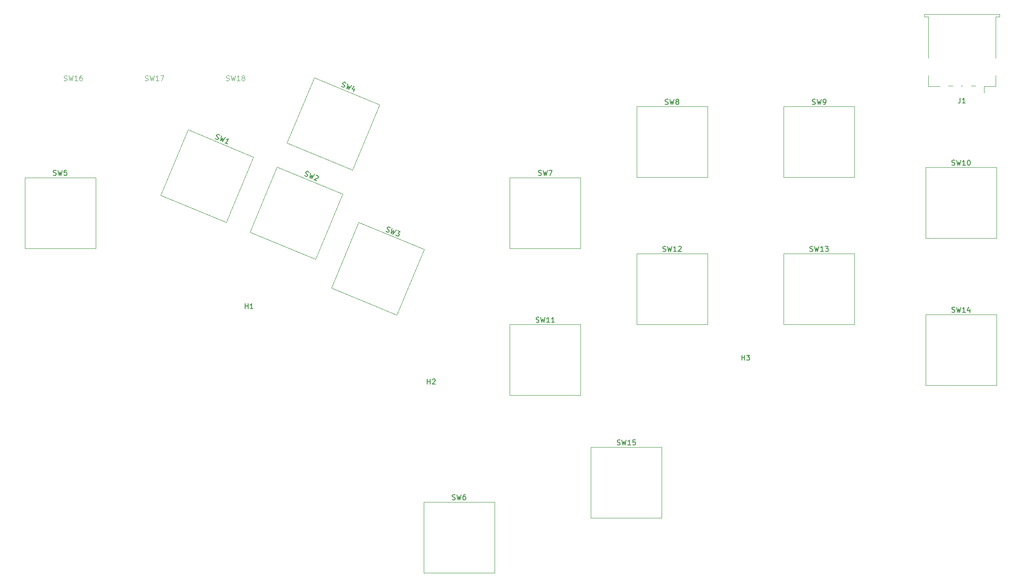
<source format=gbr>
%TF.GenerationSoftware,KiCad,Pcbnew,9.0.2*%
%TF.CreationDate,2025-06-17T17:20:09-07:00*%
%TF.ProjectId,daughter_board,64617567-6874-4657-925f-626f6172642e,rev?*%
%TF.SameCoordinates,Original*%
%TF.FileFunction,Legend,Top*%
%TF.FilePolarity,Positive*%
%FSLAX46Y46*%
G04 Gerber Fmt 4.6, Leading zero omitted, Abs format (unit mm)*
G04 Created by KiCad (PCBNEW 9.0.2) date 2025-06-17 17:20:09*
%MOMM*%
%LPD*%
G01*
G04 APERTURE LIST*
%ADD10C,0.150000*%
%ADD11C,0.100000*%
%ADD12C,0.120000*%
G04 APERTURE END LIST*
D10*
X184277840Y-79098073D02*
X184420697Y-79145692D01*
X184420697Y-79145692D02*
X184658792Y-79145692D01*
X184658792Y-79145692D02*
X184754030Y-79098073D01*
X184754030Y-79098073D02*
X184801649Y-79050453D01*
X184801649Y-79050453D02*
X184849268Y-78955215D01*
X184849268Y-78955215D02*
X184849268Y-78859977D01*
X184849268Y-78859977D02*
X184801649Y-78764739D01*
X184801649Y-78764739D02*
X184754030Y-78717120D01*
X184754030Y-78717120D02*
X184658792Y-78669501D01*
X184658792Y-78669501D02*
X184468316Y-78621882D01*
X184468316Y-78621882D02*
X184373078Y-78574263D01*
X184373078Y-78574263D02*
X184325459Y-78526644D01*
X184325459Y-78526644D02*
X184277840Y-78431406D01*
X184277840Y-78431406D02*
X184277840Y-78336168D01*
X184277840Y-78336168D02*
X184325459Y-78240930D01*
X184325459Y-78240930D02*
X184373078Y-78193311D01*
X184373078Y-78193311D02*
X184468316Y-78145692D01*
X184468316Y-78145692D02*
X184706411Y-78145692D01*
X184706411Y-78145692D02*
X184849268Y-78193311D01*
X185182602Y-78145692D02*
X185420697Y-79145692D01*
X185420697Y-79145692D02*
X185611173Y-78431406D01*
X185611173Y-78431406D02*
X185801649Y-79145692D01*
X185801649Y-79145692D02*
X186039745Y-78145692D01*
X186944506Y-79145692D02*
X186373078Y-79145692D01*
X186658792Y-79145692D02*
X186658792Y-78145692D01*
X186658792Y-78145692D02*
X186563554Y-78288549D01*
X186563554Y-78288549D02*
X186468316Y-78383787D01*
X186468316Y-78383787D02*
X186373078Y-78431406D01*
X187325459Y-78240930D02*
X187373078Y-78193311D01*
X187373078Y-78193311D02*
X187468316Y-78145692D01*
X187468316Y-78145692D02*
X187706411Y-78145692D01*
X187706411Y-78145692D02*
X187801649Y-78193311D01*
X187801649Y-78193311D02*
X187849268Y-78240930D01*
X187849268Y-78240930D02*
X187896887Y-78336168D01*
X187896887Y-78336168D02*
X187896887Y-78431406D01*
X187896887Y-78431406D02*
X187849268Y-78574263D01*
X187849268Y-78574263D02*
X187277840Y-79145692D01*
X187277840Y-79145692D02*
X187896887Y-79145692D01*
D11*
X82190476Y-45409800D02*
X82333333Y-45457419D01*
X82333333Y-45457419D02*
X82571428Y-45457419D01*
X82571428Y-45457419D02*
X82666666Y-45409800D01*
X82666666Y-45409800D02*
X82714285Y-45362180D01*
X82714285Y-45362180D02*
X82761904Y-45266942D01*
X82761904Y-45266942D02*
X82761904Y-45171704D01*
X82761904Y-45171704D02*
X82714285Y-45076466D01*
X82714285Y-45076466D02*
X82666666Y-45028847D01*
X82666666Y-45028847D02*
X82571428Y-44981228D01*
X82571428Y-44981228D02*
X82380952Y-44933609D01*
X82380952Y-44933609D02*
X82285714Y-44885990D01*
X82285714Y-44885990D02*
X82238095Y-44838371D01*
X82238095Y-44838371D02*
X82190476Y-44743133D01*
X82190476Y-44743133D02*
X82190476Y-44647895D01*
X82190476Y-44647895D02*
X82238095Y-44552657D01*
X82238095Y-44552657D02*
X82285714Y-44505038D01*
X82285714Y-44505038D02*
X82380952Y-44457419D01*
X82380952Y-44457419D02*
X82619047Y-44457419D01*
X82619047Y-44457419D02*
X82761904Y-44505038D01*
X83095238Y-44457419D02*
X83333333Y-45457419D01*
X83333333Y-45457419D02*
X83523809Y-44743133D01*
X83523809Y-44743133D02*
X83714285Y-45457419D01*
X83714285Y-45457419D02*
X83952381Y-44457419D01*
X84857142Y-45457419D02*
X84285714Y-45457419D01*
X84571428Y-45457419D02*
X84571428Y-44457419D01*
X84571428Y-44457419D02*
X84476190Y-44600276D01*
X84476190Y-44600276D02*
X84380952Y-44695514D01*
X84380952Y-44695514D02*
X84285714Y-44743133D01*
X85190476Y-44457419D02*
X85857142Y-44457419D01*
X85857142Y-44457419D02*
X85428571Y-45457419D01*
D10*
X213277840Y-79098073D02*
X213420697Y-79145692D01*
X213420697Y-79145692D02*
X213658792Y-79145692D01*
X213658792Y-79145692D02*
X213754030Y-79098073D01*
X213754030Y-79098073D02*
X213801649Y-79050453D01*
X213801649Y-79050453D02*
X213849268Y-78955215D01*
X213849268Y-78955215D02*
X213849268Y-78859977D01*
X213849268Y-78859977D02*
X213801649Y-78764739D01*
X213801649Y-78764739D02*
X213754030Y-78717120D01*
X213754030Y-78717120D02*
X213658792Y-78669501D01*
X213658792Y-78669501D02*
X213468316Y-78621882D01*
X213468316Y-78621882D02*
X213373078Y-78574263D01*
X213373078Y-78574263D02*
X213325459Y-78526644D01*
X213325459Y-78526644D02*
X213277840Y-78431406D01*
X213277840Y-78431406D02*
X213277840Y-78336168D01*
X213277840Y-78336168D02*
X213325459Y-78240930D01*
X213325459Y-78240930D02*
X213373078Y-78193311D01*
X213373078Y-78193311D02*
X213468316Y-78145692D01*
X213468316Y-78145692D02*
X213706411Y-78145692D01*
X213706411Y-78145692D02*
X213849268Y-78193311D01*
X214182602Y-78145692D02*
X214420697Y-79145692D01*
X214420697Y-79145692D02*
X214611173Y-78431406D01*
X214611173Y-78431406D02*
X214801649Y-79145692D01*
X214801649Y-79145692D02*
X215039745Y-78145692D01*
X215944506Y-79145692D02*
X215373078Y-79145692D01*
X215658792Y-79145692D02*
X215658792Y-78145692D01*
X215658792Y-78145692D02*
X215563554Y-78288549D01*
X215563554Y-78288549D02*
X215468316Y-78383787D01*
X215468316Y-78383787D02*
X215373078Y-78431406D01*
X216277840Y-78145692D02*
X216896887Y-78145692D01*
X216896887Y-78145692D02*
X216563554Y-78526644D01*
X216563554Y-78526644D02*
X216706411Y-78526644D01*
X216706411Y-78526644D02*
X216801649Y-78574263D01*
X216801649Y-78574263D02*
X216849268Y-78621882D01*
X216849268Y-78621882D02*
X216896887Y-78717120D01*
X216896887Y-78717120D02*
X216896887Y-78955215D01*
X216896887Y-78955215D02*
X216849268Y-79050453D01*
X216849268Y-79050453D02*
X216801649Y-79098073D01*
X216801649Y-79098073D02*
X216706411Y-79145692D01*
X216706411Y-79145692D02*
X216420697Y-79145692D01*
X216420697Y-79145692D02*
X216325459Y-79098073D01*
X216325459Y-79098073D02*
X216277840Y-79050453D01*
X137846415Y-105340739D02*
X137846415Y-104340739D01*
X137846415Y-104816929D02*
X138417843Y-104816929D01*
X138417843Y-105340739D02*
X138417843Y-104340739D01*
X138846415Y-104435977D02*
X138894034Y-104388358D01*
X138894034Y-104388358D02*
X138989272Y-104340739D01*
X138989272Y-104340739D02*
X139227367Y-104340739D01*
X139227367Y-104340739D02*
X139322605Y-104388358D01*
X139322605Y-104388358D02*
X139370224Y-104435977D01*
X139370224Y-104435977D02*
X139417843Y-104531215D01*
X139417843Y-104531215D02*
X139417843Y-104626453D01*
X139417843Y-104626453D02*
X139370224Y-104769310D01*
X139370224Y-104769310D02*
X138798796Y-105340739D01*
X138798796Y-105340739D02*
X139417843Y-105340739D01*
X129682273Y-75147300D02*
X129796033Y-75245963D01*
X129796033Y-75245963D02*
X130016004Y-75337078D01*
X130016004Y-75337078D02*
X130122216Y-75329530D01*
X130122216Y-75329530D02*
X130184433Y-75303759D01*
X130184433Y-75303759D02*
X130264873Y-75233993D01*
X130264873Y-75233993D02*
X130301319Y-75146005D01*
X130301319Y-75146005D02*
X130293771Y-75039793D01*
X130293771Y-75039793D02*
X130268000Y-74977576D01*
X130268000Y-74977576D02*
X130198234Y-74897136D01*
X130198234Y-74897136D02*
X130040480Y-74780249D01*
X130040480Y-74780249D02*
X129970715Y-74699809D01*
X129970715Y-74699809D02*
X129944943Y-74637592D01*
X129944943Y-74637592D02*
X129937395Y-74531380D01*
X129937395Y-74531380D02*
X129973841Y-74443392D01*
X129973841Y-74443392D02*
X130054282Y-74373626D01*
X130054282Y-74373626D02*
X130116499Y-74347855D01*
X130116499Y-74347855D02*
X130222710Y-74340307D01*
X130222710Y-74340307D02*
X130442682Y-74431422D01*
X130442682Y-74431422D02*
X130556441Y-74530085D01*
X130882624Y-74613652D02*
X130719912Y-75628647D01*
X130719912Y-75628647D02*
X131169235Y-75041625D01*
X131169235Y-75041625D02*
X131071866Y-75774431D01*
X131071866Y-75774431D02*
X131674521Y-74941666D01*
X131938487Y-75051004D02*
X132510412Y-75287904D01*
X132510412Y-75287904D02*
X132056668Y-75512297D01*
X132056668Y-75512297D02*
X132188651Y-75566966D01*
X132188651Y-75566966D02*
X132258416Y-75647406D01*
X132258416Y-75647406D02*
X132284188Y-75709623D01*
X132284188Y-75709623D02*
X132291736Y-75815835D01*
X132291736Y-75815835D02*
X132200621Y-76035806D01*
X132200621Y-76035806D02*
X132120180Y-76105572D01*
X132120180Y-76105572D02*
X132057963Y-76131343D01*
X132057963Y-76131343D02*
X131951752Y-76138891D01*
X131951752Y-76138891D02*
X131687786Y-76029553D01*
X131687786Y-76029553D02*
X131618020Y-75949113D01*
X131618020Y-75949113D02*
X131592249Y-75886895D01*
X175277840Y-117284847D02*
X175420697Y-117332466D01*
X175420697Y-117332466D02*
X175658792Y-117332466D01*
X175658792Y-117332466D02*
X175754030Y-117284847D01*
X175754030Y-117284847D02*
X175801649Y-117237227D01*
X175801649Y-117237227D02*
X175849268Y-117141989D01*
X175849268Y-117141989D02*
X175849268Y-117046751D01*
X175849268Y-117046751D02*
X175801649Y-116951513D01*
X175801649Y-116951513D02*
X175754030Y-116903894D01*
X175754030Y-116903894D02*
X175658792Y-116856275D01*
X175658792Y-116856275D02*
X175468316Y-116808656D01*
X175468316Y-116808656D02*
X175373078Y-116761037D01*
X175373078Y-116761037D02*
X175325459Y-116713418D01*
X175325459Y-116713418D02*
X175277840Y-116618180D01*
X175277840Y-116618180D02*
X175277840Y-116522942D01*
X175277840Y-116522942D02*
X175325459Y-116427704D01*
X175325459Y-116427704D02*
X175373078Y-116380085D01*
X175373078Y-116380085D02*
X175468316Y-116332466D01*
X175468316Y-116332466D02*
X175706411Y-116332466D01*
X175706411Y-116332466D02*
X175849268Y-116380085D01*
X176182602Y-116332466D02*
X176420697Y-117332466D01*
X176420697Y-117332466D02*
X176611173Y-116618180D01*
X176611173Y-116618180D02*
X176801649Y-117332466D01*
X176801649Y-117332466D02*
X177039745Y-116332466D01*
X177944506Y-117332466D02*
X177373078Y-117332466D01*
X177658792Y-117332466D02*
X177658792Y-116332466D01*
X177658792Y-116332466D02*
X177563554Y-116475323D01*
X177563554Y-116475323D02*
X177468316Y-116570561D01*
X177468316Y-116570561D02*
X177373078Y-116618180D01*
X178849268Y-116332466D02*
X178373078Y-116332466D01*
X178373078Y-116332466D02*
X178325459Y-116808656D01*
X178325459Y-116808656D02*
X178373078Y-116761037D01*
X178373078Y-116761037D02*
X178468316Y-116713418D01*
X178468316Y-116713418D02*
X178706411Y-116713418D01*
X178706411Y-116713418D02*
X178801649Y-116761037D01*
X178801649Y-116761037D02*
X178849268Y-116808656D01*
X178849268Y-116808656D02*
X178896887Y-116903894D01*
X178896887Y-116903894D02*
X178896887Y-117141989D01*
X178896887Y-117141989D02*
X178849268Y-117237227D01*
X178849268Y-117237227D02*
X178801649Y-117284847D01*
X178801649Y-117284847D02*
X178706411Y-117332466D01*
X178706411Y-117332466D02*
X178468316Y-117332466D01*
X178468316Y-117332466D02*
X178373078Y-117284847D01*
X178373078Y-117284847D02*
X178325459Y-117237227D01*
X96013197Y-56871543D02*
X96126957Y-56970206D01*
X96126957Y-56970206D02*
X96346928Y-57061321D01*
X96346928Y-57061321D02*
X96453140Y-57053773D01*
X96453140Y-57053773D02*
X96515357Y-57028002D01*
X96515357Y-57028002D02*
X96595797Y-56958236D01*
X96595797Y-56958236D02*
X96632243Y-56870248D01*
X96632243Y-56870248D02*
X96624695Y-56764036D01*
X96624695Y-56764036D02*
X96598924Y-56701819D01*
X96598924Y-56701819D02*
X96529158Y-56621379D01*
X96529158Y-56621379D02*
X96371404Y-56504492D01*
X96371404Y-56504492D02*
X96301639Y-56424052D01*
X96301639Y-56424052D02*
X96275867Y-56361835D01*
X96275867Y-56361835D02*
X96268319Y-56255623D01*
X96268319Y-56255623D02*
X96304765Y-56167635D01*
X96304765Y-56167635D02*
X96385206Y-56097869D01*
X96385206Y-56097869D02*
X96447423Y-56072098D01*
X96447423Y-56072098D02*
X96553634Y-56064550D01*
X96553634Y-56064550D02*
X96773606Y-56155665D01*
X96773606Y-56155665D02*
X96887365Y-56254328D01*
X97213548Y-56337895D02*
X97050836Y-57352890D01*
X97050836Y-57352890D02*
X97500159Y-56765868D01*
X97500159Y-56765868D02*
X97402790Y-57498674D01*
X97402790Y-57498674D02*
X98005445Y-56665909D01*
X98458653Y-57936026D02*
X97930721Y-57717350D01*
X98194687Y-57826688D02*
X98577370Y-56902809D01*
X98577370Y-56902809D02*
X98434713Y-56998345D01*
X98434713Y-56998345D02*
X98310278Y-57049888D01*
X98310278Y-57049888D02*
X98204067Y-57057436D01*
X241277840Y-62098073D02*
X241420697Y-62145692D01*
X241420697Y-62145692D02*
X241658792Y-62145692D01*
X241658792Y-62145692D02*
X241754030Y-62098073D01*
X241754030Y-62098073D02*
X241801649Y-62050453D01*
X241801649Y-62050453D02*
X241849268Y-61955215D01*
X241849268Y-61955215D02*
X241849268Y-61859977D01*
X241849268Y-61859977D02*
X241801649Y-61764739D01*
X241801649Y-61764739D02*
X241754030Y-61717120D01*
X241754030Y-61717120D02*
X241658792Y-61669501D01*
X241658792Y-61669501D02*
X241468316Y-61621882D01*
X241468316Y-61621882D02*
X241373078Y-61574263D01*
X241373078Y-61574263D02*
X241325459Y-61526644D01*
X241325459Y-61526644D02*
X241277840Y-61431406D01*
X241277840Y-61431406D02*
X241277840Y-61336168D01*
X241277840Y-61336168D02*
X241325459Y-61240930D01*
X241325459Y-61240930D02*
X241373078Y-61193311D01*
X241373078Y-61193311D02*
X241468316Y-61145692D01*
X241468316Y-61145692D02*
X241706411Y-61145692D01*
X241706411Y-61145692D02*
X241849268Y-61193311D01*
X242182602Y-61145692D02*
X242420697Y-62145692D01*
X242420697Y-62145692D02*
X242611173Y-61431406D01*
X242611173Y-61431406D02*
X242801649Y-62145692D01*
X242801649Y-62145692D02*
X243039745Y-61145692D01*
X243944506Y-62145692D02*
X243373078Y-62145692D01*
X243658792Y-62145692D02*
X243658792Y-61145692D01*
X243658792Y-61145692D02*
X243563554Y-61288549D01*
X243563554Y-61288549D02*
X243468316Y-61383787D01*
X243468316Y-61383787D02*
X243373078Y-61431406D01*
X244563554Y-61145692D02*
X244658792Y-61145692D01*
X244658792Y-61145692D02*
X244754030Y-61193311D01*
X244754030Y-61193311D02*
X244801649Y-61240930D01*
X244801649Y-61240930D02*
X244849268Y-61336168D01*
X244849268Y-61336168D02*
X244896887Y-61526644D01*
X244896887Y-61526644D02*
X244896887Y-61764739D01*
X244896887Y-61764739D02*
X244849268Y-61955215D01*
X244849268Y-61955215D02*
X244801649Y-62050453D01*
X244801649Y-62050453D02*
X244754030Y-62098073D01*
X244754030Y-62098073D02*
X244658792Y-62145692D01*
X244658792Y-62145692D02*
X244563554Y-62145692D01*
X244563554Y-62145692D02*
X244468316Y-62098073D01*
X244468316Y-62098073D02*
X244420697Y-62050453D01*
X244420697Y-62050453D02*
X244373078Y-61955215D01*
X244373078Y-61955215D02*
X244325459Y-61764739D01*
X244325459Y-61764739D02*
X244325459Y-61526644D01*
X244325459Y-61526644D02*
X244373078Y-61336168D01*
X244373078Y-61336168D02*
X244420697Y-61240930D01*
X244420697Y-61240930D02*
X244468316Y-61193311D01*
X244468316Y-61193311D02*
X244563554Y-61145692D01*
X199825459Y-100610253D02*
X199825459Y-99610253D01*
X199825459Y-100086443D02*
X200396887Y-100086443D01*
X200396887Y-100610253D02*
X200396887Y-99610253D01*
X200777840Y-99610253D02*
X201396887Y-99610253D01*
X201396887Y-99610253D02*
X201063554Y-99991205D01*
X201063554Y-99991205D02*
X201206411Y-99991205D01*
X201206411Y-99991205D02*
X201301649Y-100038824D01*
X201301649Y-100038824D02*
X201349268Y-100086443D01*
X201349268Y-100086443D02*
X201396887Y-100181681D01*
X201396887Y-100181681D02*
X201396887Y-100419776D01*
X201396887Y-100419776D02*
X201349268Y-100515014D01*
X201349268Y-100515014D02*
X201301649Y-100562634D01*
X201301649Y-100562634D02*
X201206411Y-100610253D01*
X201206411Y-100610253D02*
X200920697Y-100610253D01*
X200920697Y-100610253D02*
X200825459Y-100562634D01*
X200825459Y-100562634D02*
X200777840Y-100515014D01*
X184754031Y-50098073D02*
X184896888Y-50145692D01*
X184896888Y-50145692D02*
X185134983Y-50145692D01*
X185134983Y-50145692D02*
X185230221Y-50098073D01*
X185230221Y-50098073D02*
X185277840Y-50050453D01*
X185277840Y-50050453D02*
X185325459Y-49955215D01*
X185325459Y-49955215D02*
X185325459Y-49859977D01*
X185325459Y-49859977D02*
X185277840Y-49764739D01*
X185277840Y-49764739D02*
X185230221Y-49717120D01*
X185230221Y-49717120D02*
X185134983Y-49669501D01*
X185134983Y-49669501D02*
X184944507Y-49621882D01*
X184944507Y-49621882D02*
X184849269Y-49574263D01*
X184849269Y-49574263D02*
X184801650Y-49526644D01*
X184801650Y-49526644D02*
X184754031Y-49431406D01*
X184754031Y-49431406D02*
X184754031Y-49336168D01*
X184754031Y-49336168D02*
X184801650Y-49240930D01*
X184801650Y-49240930D02*
X184849269Y-49193311D01*
X184849269Y-49193311D02*
X184944507Y-49145692D01*
X184944507Y-49145692D02*
X185182602Y-49145692D01*
X185182602Y-49145692D02*
X185325459Y-49193311D01*
X185658793Y-49145692D02*
X185896888Y-50145692D01*
X185896888Y-50145692D02*
X186087364Y-49431406D01*
X186087364Y-49431406D02*
X186277840Y-50145692D01*
X186277840Y-50145692D02*
X186515936Y-49145692D01*
X187039745Y-49574263D02*
X186944507Y-49526644D01*
X186944507Y-49526644D02*
X186896888Y-49479025D01*
X186896888Y-49479025D02*
X186849269Y-49383787D01*
X186849269Y-49383787D02*
X186849269Y-49336168D01*
X186849269Y-49336168D02*
X186896888Y-49240930D01*
X186896888Y-49240930D02*
X186944507Y-49193311D01*
X186944507Y-49193311D02*
X187039745Y-49145692D01*
X187039745Y-49145692D02*
X187230221Y-49145692D01*
X187230221Y-49145692D02*
X187325459Y-49193311D01*
X187325459Y-49193311D02*
X187373078Y-49240930D01*
X187373078Y-49240930D02*
X187420697Y-49336168D01*
X187420697Y-49336168D02*
X187420697Y-49383787D01*
X187420697Y-49383787D02*
X187373078Y-49479025D01*
X187373078Y-49479025D02*
X187325459Y-49526644D01*
X187325459Y-49526644D02*
X187230221Y-49574263D01*
X187230221Y-49574263D02*
X187039745Y-49574263D01*
X187039745Y-49574263D02*
X186944507Y-49621882D01*
X186944507Y-49621882D02*
X186896888Y-49669501D01*
X186896888Y-49669501D02*
X186849269Y-49764739D01*
X186849269Y-49764739D02*
X186849269Y-49955215D01*
X186849269Y-49955215D02*
X186896888Y-50050453D01*
X186896888Y-50050453D02*
X186944507Y-50098073D01*
X186944507Y-50098073D02*
X187039745Y-50145692D01*
X187039745Y-50145692D02*
X187230221Y-50145692D01*
X187230221Y-50145692D02*
X187325459Y-50098073D01*
X187325459Y-50098073D02*
X187373078Y-50050453D01*
X187373078Y-50050453D02*
X187420697Y-49955215D01*
X187420697Y-49955215D02*
X187420697Y-49764739D01*
X187420697Y-49764739D02*
X187373078Y-49669501D01*
X187373078Y-49669501D02*
X187325459Y-49621882D01*
X187325459Y-49621882D02*
X187230221Y-49574263D01*
D11*
X66190476Y-45409800D02*
X66333333Y-45457419D01*
X66333333Y-45457419D02*
X66571428Y-45457419D01*
X66571428Y-45457419D02*
X66666666Y-45409800D01*
X66666666Y-45409800D02*
X66714285Y-45362180D01*
X66714285Y-45362180D02*
X66761904Y-45266942D01*
X66761904Y-45266942D02*
X66761904Y-45171704D01*
X66761904Y-45171704D02*
X66714285Y-45076466D01*
X66714285Y-45076466D02*
X66666666Y-45028847D01*
X66666666Y-45028847D02*
X66571428Y-44981228D01*
X66571428Y-44981228D02*
X66380952Y-44933609D01*
X66380952Y-44933609D02*
X66285714Y-44885990D01*
X66285714Y-44885990D02*
X66238095Y-44838371D01*
X66238095Y-44838371D02*
X66190476Y-44743133D01*
X66190476Y-44743133D02*
X66190476Y-44647895D01*
X66190476Y-44647895D02*
X66238095Y-44552657D01*
X66238095Y-44552657D02*
X66285714Y-44505038D01*
X66285714Y-44505038D02*
X66380952Y-44457419D01*
X66380952Y-44457419D02*
X66619047Y-44457419D01*
X66619047Y-44457419D02*
X66761904Y-44505038D01*
X67095238Y-44457419D02*
X67333333Y-45457419D01*
X67333333Y-45457419D02*
X67523809Y-44743133D01*
X67523809Y-44743133D02*
X67714285Y-45457419D01*
X67714285Y-45457419D02*
X67952381Y-44457419D01*
X68857142Y-45457419D02*
X68285714Y-45457419D01*
X68571428Y-45457419D02*
X68571428Y-44457419D01*
X68571428Y-44457419D02*
X68476190Y-44600276D01*
X68476190Y-44600276D02*
X68380952Y-44695514D01*
X68380952Y-44695514D02*
X68285714Y-44743133D01*
X69714285Y-44457419D02*
X69523809Y-44457419D01*
X69523809Y-44457419D02*
X69428571Y-44505038D01*
X69428571Y-44505038D02*
X69380952Y-44552657D01*
X69380952Y-44552657D02*
X69285714Y-44695514D01*
X69285714Y-44695514D02*
X69238095Y-44885990D01*
X69238095Y-44885990D02*
X69238095Y-45266942D01*
X69238095Y-45266942D02*
X69285714Y-45362180D01*
X69285714Y-45362180D02*
X69333333Y-45409800D01*
X69333333Y-45409800D02*
X69428571Y-45457419D01*
X69428571Y-45457419D02*
X69619047Y-45457419D01*
X69619047Y-45457419D02*
X69714285Y-45409800D01*
X69714285Y-45409800D02*
X69761904Y-45362180D01*
X69761904Y-45362180D02*
X69809523Y-45266942D01*
X69809523Y-45266942D02*
X69809523Y-45028847D01*
X69809523Y-45028847D02*
X69761904Y-44933609D01*
X69761904Y-44933609D02*
X69714285Y-44885990D01*
X69714285Y-44885990D02*
X69619047Y-44838371D01*
X69619047Y-44838371D02*
X69428571Y-44838371D01*
X69428571Y-44838371D02*
X69333333Y-44885990D01*
X69333333Y-44885990D02*
X69285714Y-44933609D01*
X69285714Y-44933609D02*
X69238095Y-45028847D01*
D10*
X101901801Y-90417782D02*
X101901801Y-89417782D01*
X101901801Y-89893972D02*
X102473229Y-89893972D01*
X102473229Y-90417782D02*
X102473229Y-89417782D01*
X103473229Y-90417782D02*
X102901801Y-90417782D01*
X103187515Y-90417782D02*
X103187515Y-89417782D01*
X103187515Y-89417782D02*
X103092277Y-89560639D01*
X103092277Y-89560639D02*
X102997039Y-89655877D01*
X102997039Y-89655877D02*
X102901801Y-89703496D01*
X113613102Y-64161662D02*
X113726862Y-64260325D01*
X113726862Y-64260325D02*
X113946833Y-64351440D01*
X113946833Y-64351440D02*
X114053045Y-64343892D01*
X114053045Y-64343892D02*
X114115262Y-64318121D01*
X114115262Y-64318121D02*
X114195702Y-64248355D01*
X114195702Y-64248355D02*
X114232148Y-64160367D01*
X114232148Y-64160367D02*
X114224600Y-64054155D01*
X114224600Y-64054155D02*
X114198829Y-63991938D01*
X114198829Y-63991938D02*
X114129063Y-63911498D01*
X114129063Y-63911498D02*
X113971309Y-63794611D01*
X113971309Y-63794611D02*
X113901544Y-63714171D01*
X113901544Y-63714171D02*
X113875772Y-63651954D01*
X113875772Y-63651954D02*
X113868224Y-63545742D01*
X113868224Y-63545742D02*
X113904670Y-63457754D01*
X113904670Y-63457754D02*
X113985111Y-63387988D01*
X113985111Y-63387988D02*
X114047328Y-63362217D01*
X114047328Y-63362217D02*
X114153539Y-63354669D01*
X114153539Y-63354669D02*
X114373511Y-63445784D01*
X114373511Y-63445784D02*
X114487270Y-63544447D01*
X114813453Y-63628014D02*
X114650741Y-64643009D01*
X114650741Y-64643009D02*
X115100064Y-64055987D01*
X115100064Y-64055987D02*
X115002695Y-64788793D01*
X115002695Y-64788793D02*
X115605350Y-63956028D01*
X115876864Y-64171578D02*
X115939081Y-64145807D01*
X115939081Y-64145807D02*
X116045293Y-64138259D01*
X116045293Y-64138259D02*
X116265264Y-64229374D01*
X116265264Y-64229374D02*
X116335029Y-64309814D01*
X116335029Y-64309814D02*
X116360801Y-64372031D01*
X116360801Y-64372031D02*
X116368349Y-64478243D01*
X116368349Y-64478243D02*
X116331903Y-64566231D01*
X116331903Y-64566231D02*
X116233240Y-64679991D01*
X116233240Y-64679991D02*
X115486632Y-64989246D01*
X115486632Y-64989246D02*
X116058558Y-65226145D01*
X213754031Y-50098073D02*
X213896888Y-50145692D01*
X213896888Y-50145692D02*
X214134983Y-50145692D01*
X214134983Y-50145692D02*
X214230221Y-50098073D01*
X214230221Y-50098073D02*
X214277840Y-50050453D01*
X214277840Y-50050453D02*
X214325459Y-49955215D01*
X214325459Y-49955215D02*
X214325459Y-49859977D01*
X214325459Y-49859977D02*
X214277840Y-49764739D01*
X214277840Y-49764739D02*
X214230221Y-49717120D01*
X214230221Y-49717120D02*
X214134983Y-49669501D01*
X214134983Y-49669501D02*
X213944507Y-49621882D01*
X213944507Y-49621882D02*
X213849269Y-49574263D01*
X213849269Y-49574263D02*
X213801650Y-49526644D01*
X213801650Y-49526644D02*
X213754031Y-49431406D01*
X213754031Y-49431406D02*
X213754031Y-49336168D01*
X213754031Y-49336168D02*
X213801650Y-49240930D01*
X213801650Y-49240930D02*
X213849269Y-49193311D01*
X213849269Y-49193311D02*
X213944507Y-49145692D01*
X213944507Y-49145692D02*
X214182602Y-49145692D01*
X214182602Y-49145692D02*
X214325459Y-49193311D01*
X214658793Y-49145692D02*
X214896888Y-50145692D01*
X214896888Y-50145692D02*
X215087364Y-49431406D01*
X215087364Y-49431406D02*
X215277840Y-50145692D01*
X215277840Y-50145692D02*
X215515936Y-49145692D01*
X215944507Y-50145692D02*
X216134983Y-50145692D01*
X216134983Y-50145692D02*
X216230221Y-50098073D01*
X216230221Y-50098073D02*
X216277840Y-50050453D01*
X216277840Y-50050453D02*
X216373078Y-49907596D01*
X216373078Y-49907596D02*
X216420697Y-49717120D01*
X216420697Y-49717120D02*
X216420697Y-49336168D01*
X216420697Y-49336168D02*
X216373078Y-49240930D01*
X216373078Y-49240930D02*
X216325459Y-49193311D01*
X216325459Y-49193311D02*
X216230221Y-49145692D01*
X216230221Y-49145692D02*
X216039745Y-49145692D01*
X216039745Y-49145692D02*
X215944507Y-49193311D01*
X215944507Y-49193311D02*
X215896888Y-49240930D01*
X215896888Y-49240930D02*
X215849269Y-49336168D01*
X215849269Y-49336168D02*
X215849269Y-49574263D01*
X215849269Y-49574263D02*
X215896888Y-49669501D01*
X215896888Y-49669501D02*
X215944507Y-49717120D01*
X215944507Y-49717120D02*
X216039745Y-49764739D01*
X216039745Y-49764739D02*
X216230221Y-49764739D01*
X216230221Y-49764739D02*
X216325459Y-49717120D01*
X216325459Y-49717120D02*
X216373078Y-49669501D01*
X216373078Y-49669501D02*
X216420697Y-49574263D01*
X242916666Y-48874819D02*
X242916666Y-49589104D01*
X242916666Y-49589104D02*
X242869047Y-49731961D01*
X242869047Y-49731961D02*
X242773809Y-49827200D01*
X242773809Y-49827200D02*
X242630952Y-49874819D01*
X242630952Y-49874819D02*
X242535714Y-49874819D01*
X243916666Y-49874819D02*
X243345238Y-49874819D01*
X243630952Y-49874819D02*
X243630952Y-48874819D01*
X243630952Y-48874819D02*
X243535714Y-49017676D01*
X243535714Y-49017676D02*
X243440476Y-49112914D01*
X243440476Y-49112914D02*
X243345238Y-49160533D01*
X159754031Y-64098073D02*
X159896888Y-64145692D01*
X159896888Y-64145692D02*
X160134983Y-64145692D01*
X160134983Y-64145692D02*
X160230221Y-64098073D01*
X160230221Y-64098073D02*
X160277840Y-64050453D01*
X160277840Y-64050453D02*
X160325459Y-63955215D01*
X160325459Y-63955215D02*
X160325459Y-63859977D01*
X160325459Y-63859977D02*
X160277840Y-63764739D01*
X160277840Y-63764739D02*
X160230221Y-63717120D01*
X160230221Y-63717120D02*
X160134983Y-63669501D01*
X160134983Y-63669501D02*
X159944507Y-63621882D01*
X159944507Y-63621882D02*
X159849269Y-63574263D01*
X159849269Y-63574263D02*
X159801650Y-63526644D01*
X159801650Y-63526644D02*
X159754031Y-63431406D01*
X159754031Y-63431406D02*
X159754031Y-63336168D01*
X159754031Y-63336168D02*
X159801650Y-63240930D01*
X159801650Y-63240930D02*
X159849269Y-63193311D01*
X159849269Y-63193311D02*
X159944507Y-63145692D01*
X159944507Y-63145692D02*
X160182602Y-63145692D01*
X160182602Y-63145692D02*
X160325459Y-63193311D01*
X160658793Y-63145692D02*
X160896888Y-64145692D01*
X160896888Y-64145692D02*
X161087364Y-63431406D01*
X161087364Y-63431406D02*
X161277840Y-64145692D01*
X161277840Y-64145692D02*
X161515936Y-63145692D01*
X161801650Y-63145692D02*
X162468316Y-63145692D01*
X162468316Y-63145692D02*
X162039745Y-64145692D01*
X159277840Y-93098073D02*
X159420697Y-93145692D01*
X159420697Y-93145692D02*
X159658792Y-93145692D01*
X159658792Y-93145692D02*
X159754030Y-93098073D01*
X159754030Y-93098073D02*
X159801649Y-93050453D01*
X159801649Y-93050453D02*
X159849268Y-92955215D01*
X159849268Y-92955215D02*
X159849268Y-92859977D01*
X159849268Y-92859977D02*
X159801649Y-92764739D01*
X159801649Y-92764739D02*
X159754030Y-92717120D01*
X159754030Y-92717120D02*
X159658792Y-92669501D01*
X159658792Y-92669501D02*
X159468316Y-92621882D01*
X159468316Y-92621882D02*
X159373078Y-92574263D01*
X159373078Y-92574263D02*
X159325459Y-92526644D01*
X159325459Y-92526644D02*
X159277840Y-92431406D01*
X159277840Y-92431406D02*
X159277840Y-92336168D01*
X159277840Y-92336168D02*
X159325459Y-92240930D01*
X159325459Y-92240930D02*
X159373078Y-92193311D01*
X159373078Y-92193311D02*
X159468316Y-92145692D01*
X159468316Y-92145692D02*
X159706411Y-92145692D01*
X159706411Y-92145692D02*
X159849268Y-92193311D01*
X160182602Y-92145692D02*
X160420697Y-93145692D01*
X160420697Y-93145692D02*
X160611173Y-92431406D01*
X160611173Y-92431406D02*
X160801649Y-93145692D01*
X160801649Y-93145692D02*
X161039745Y-92145692D01*
X161944506Y-93145692D02*
X161373078Y-93145692D01*
X161658792Y-93145692D02*
X161658792Y-92145692D01*
X161658792Y-92145692D02*
X161563554Y-92288549D01*
X161563554Y-92288549D02*
X161468316Y-92383787D01*
X161468316Y-92383787D02*
X161373078Y-92431406D01*
X162896887Y-93145692D02*
X162325459Y-93145692D01*
X162611173Y-93145692D02*
X162611173Y-92145692D01*
X162611173Y-92145692D02*
X162515935Y-92288549D01*
X162515935Y-92288549D02*
X162420697Y-92383787D01*
X162420697Y-92383787D02*
X162325459Y-92431406D01*
X120903221Y-46561757D02*
X121016981Y-46660420D01*
X121016981Y-46660420D02*
X121236952Y-46751535D01*
X121236952Y-46751535D02*
X121343164Y-46743987D01*
X121343164Y-46743987D02*
X121405381Y-46718216D01*
X121405381Y-46718216D02*
X121485821Y-46648450D01*
X121485821Y-46648450D02*
X121522267Y-46560462D01*
X121522267Y-46560462D02*
X121514719Y-46454250D01*
X121514719Y-46454250D02*
X121488948Y-46392033D01*
X121488948Y-46392033D02*
X121419182Y-46311593D01*
X121419182Y-46311593D02*
X121261428Y-46194706D01*
X121261428Y-46194706D02*
X121191663Y-46114266D01*
X121191663Y-46114266D02*
X121165891Y-46052049D01*
X121165891Y-46052049D02*
X121158343Y-45945837D01*
X121158343Y-45945837D02*
X121194789Y-45857849D01*
X121194789Y-45857849D02*
X121275230Y-45788083D01*
X121275230Y-45788083D02*
X121337447Y-45762312D01*
X121337447Y-45762312D02*
X121443658Y-45754764D01*
X121443658Y-45754764D02*
X121663630Y-45845879D01*
X121663630Y-45845879D02*
X121777389Y-45944542D01*
X122103572Y-46028109D02*
X121940860Y-47043104D01*
X121940860Y-47043104D02*
X122390183Y-46456082D01*
X122390183Y-46456082D02*
X122292814Y-47188888D01*
X122292814Y-47188888D02*
X122895469Y-46356123D01*
X123515810Y-46973875D02*
X123260688Y-47589794D01*
X123441623Y-46530805D02*
X122948307Y-47099604D01*
X122948307Y-47099604D02*
X123520232Y-47336503D01*
X241277840Y-91098073D02*
X241420697Y-91145692D01*
X241420697Y-91145692D02*
X241658792Y-91145692D01*
X241658792Y-91145692D02*
X241754030Y-91098073D01*
X241754030Y-91098073D02*
X241801649Y-91050453D01*
X241801649Y-91050453D02*
X241849268Y-90955215D01*
X241849268Y-90955215D02*
X241849268Y-90859977D01*
X241849268Y-90859977D02*
X241801649Y-90764739D01*
X241801649Y-90764739D02*
X241754030Y-90717120D01*
X241754030Y-90717120D02*
X241658792Y-90669501D01*
X241658792Y-90669501D02*
X241468316Y-90621882D01*
X241468316Y-90621882D02*
X241373078Y-90574263D01*
X241373078Y-90574263D02*
X241325459Y-90526644D01*
X241325459Y-90526644D02*
X241277840Y-90431406D01*
X241277840Y-90431406D02*
X241277840Y-90336168D01*
X241277840Y-90336168D02*
X241325459Y-90240930D01*
X241325459Y-90240930D02*
X241373078Y-90193311D01*
X241373078Y-90193311D02*
X241468316Y-90145692D01*
X241468316Y-90145692D02*
X241706411Y-90145692D01*
X241706411Y-90145692D02*
X241849268Y-90193311D01*
X242182602Y-90145692D02*
X242420697Y-91145692D01*
X242420697Y-91145692D02*
X242611173Y-90431406D01*
X242611173Y-90431406D02*
X242801649Y-91145692D01*
X242801649Y-91145692D02*
X243039745Y-90145692D01*
X243944506Y-91145692D02*
X243373078Y-91145692D01*
X243658792Y-91145692D02*
X243658792Y-90145692D01*
X243658792Y-90145692D02*
X243563554Y-90288549D01*
X243563554Y-90288549D02*
X243468316Y-90383787D01*
X243468316Y-90383787D02*
X243373078Y-90431406D01*
X244801649Y-90479025D02*
X244801649Y-91145692D01*
X244563554Y-90098073D02*
X244325459Y-90812358D01*
X244325459Y-90812358D02*
X244944506Y-90812358D01*
D11*
X98190476Y-45409800D02*
X98333333Y-45457419D01*
X98333333Y-45457419D02*
X98571428Y-45457419D01*
X98571428Y-45457419D02*
X98666666Y-45409800D01*
X98666666Y-45409800D02*
X98714285Y-45362180D01*
X98714285Y-45362180D02*
X98761904Y-45266942D01*
X98761904Y-45266942D02*
X98761904Y-45171704D01*
X98761904Y-45171704D02*
X98714285Y-45076466D01*
X98714285Y-45076466D02*
X98666666Y-45028847D01*
X98666666Y-45028847D02*
X98571428Y-44981228D01*
X98571428Y-44981228D02*
X98380952Y-44933609D01*
X98380952Y-44933609D02*
X98285714Y-44885990D01*
X98285714Y-44885990D02*
X98238095Y-44838371D01*
X98238095Y-44838371D02*
X98190476Y-44743133D01*
X98190476Y-44743133D02*
X98190476Y-44647895D01*
X98190476Y-44647895D02*
X98238095Y-44552657D01*
X98238095Y-44552657D02*
X98285714Y-44505038D01*
X98285714Y-44505038D02*
X98380952Y-44457419D01*
X98380952Y-44457419D02*
X98619047Y-44457419D01*
X98619047Y-44457419D02*
X98761904Y-44505038D01*
X99095238Y-44457419D02*
X99333333Y-45457419D01*
X99333333Y-45457419D02*
X99523809Y-44743133D01*
X99523809Y-44743133D02*
X99714285Y-45457419D01*
X99714285Y-45457419D02*
X99952381Y-44457419D01*
X100857142Y-45457419D02*
X100285714Y-45457419D01*
X100571428Y-45457419D02*
X100571428Y-44457419D01*
X100571428Y-44457419D02*
X100476190Y-44600276D01*
X100476190Y-44600276D02*
X100380952Y-44695514D01*
X100380952Y-44695514D02*
X100285714Y-44743133D01*
X101428571Y-44885990D02*
X101333333Y-44838371D01*
X101333333Y-44838371D02*
X101285714Y-44790752D01*
X101285714Y-44790752D02*
X101238095Y-44695514D01*
X101238095Y-44695514D02*
X101238095Y-44647895D01*
X101238095Y-44647895D02*
X101285714Y-44552657D01*
X101285714Y-44552657D02*
X101333333Y-44505038D01*
X101333333Y-44505038D02*
X101428571Y-44457419D01*
X101428571Y-44457419D02*
X101619047Y-44457419D01*
X101619047Y-44457419D02*
X101714285Y-44505038D01*
X101714285Y-44505038D02*
X101761904Y-44552657D01*
X101761904Y-44552657D02*
X101809523Y-44647895D01*
X101809523Y-44647895D02*
X101809523Y-44695514D01*
X101809523Y-44695514D02*
X101761904Y-44790752D01*
X101761904Y-44790752D02*
X101714285Y-44838371D01*
X101714285Y-44838371D02*
X101619047Y-44885990D01*
X101619047Y-44885990D02*
X101428571Y-44885990D01*
X101428571Y-44885990D02*
X101333333Y-44933609D01*
X101333333Y-44933609D02*
X101285714Y-44981228D01*
X101285714Y-44981228D02*
X101238095Y-45076466D01*
X101238095Y-45076466D02*
X101238095Y-45266942D01*
X101238095Y-45266942D02*
X101285714Y-45362180D01*
X101285714Y-45362180D02*
X101333333Y-45409800D01*
X101333333Y-45409800D02*
X101428571Y-45457419D01*
X101428571Y-45457419D02*
X101619047Y-45457419D01*
X101619047Y-45457419D02*
X101714285Y-45409800D01*
X101714285Y-45409800D02*
X101761904Y-45362180D01*
X101761904Y-45362180D02*
X101809523Y-45266942D01*
X101809523Y-45266942D02*
X101809523Y-45076466D01*
X101809523Y-45076466D02*
X101761904Y-44981228D01*
X101761904Y-44981228D02*
X101714285Y-44933609D01*
X101714285Y-44933609D02*
X101619047Y-44885990D01*
D10*
X142754031Y-128098073D02*
X142896888Y-128145692D01*
X142896888Y-128145692D02*
X143134983Y-128145692D01*
X143134983Y-128145692D02*
X143230221Y-128098073D01*
X143230221Y-128098073D02*
X143277840Y-128050453D01*
X143277840Y-128050453D02*
X143325459Y-127955215D01*
X143325459Y-127955215D02*
X143325459Y-127859977D01*
X143325459Y-127859977D02*
X143277840Y-127764739D01*
X143277840Y-127764739D02*
X143230221Y-127717120D01*
X143230221Y-127717120D02*
X143134983Y-127669501D01*
X143134983Y-127669501D02*
X142944507Y-127621882D01*
X142944507Y-127621882D02*
X142849269Y-127574263D01*
X142849269Y-127574263D02*
X142801650Y-127526644D01*
X142801650Y-127526644D02*
X142754031Y-127431406D01*
X142754031Y-127431406D02*
X142754031Y-127336168D01*
X142754031Y-127336168D02*
X142801650Y-127240930D01*
X142801650Y-127240930D02*
X142849269Y-127193311D01*
X142849269Y-127193311D02*
X142944507Y-127145692D01*
X142944507Y-127145692D02*
X143182602Y-127145692D01*
X143182602Y-127145692D02*
X143325459Y-127193311D01*
X143658793Y-127145692D02*
X143896888Y-128145692D01*
X143896888Y-128145692D02*
X144087364Y-127431406D01*
X144087364Y-127431406D02*
X144277840Y-128145692D01*
X144277840Y-128145692D02*
X144515936Y-127145692D01*
X145325459Y-127145692D02*
X145134983Y-127145692D01*
X145134983Y-127145692D02*
X145039745Y-127193311D01*
X145039745Y-127193311D02*
X144992126Y-127240930D01*
X144992126Y-127240930D02*
X144896888Y-127383787D01*
X144896888Y-127383787D02*
X144849269Y-127574263D01*
X144849269Y-127574263D02*
X144849269Y-127955215D01*
X144849269Y-127955215D02*
X144896888Y-128050453D01*
X144896888Y-128050453D02*
X144944507Y-128098073D01*
X144944507Y-128098073D02*
X145039745Y-128145692D01*
X145039745Y-128145692D02*
X145230221Y-128145692D01*
X145230221Y-128145692D02*
X145325459Y-128098073D01*
X145325459Y-128098073D02*
X145373078Y-128050453D01*
X145373078Y-128050453D02*
X145420697Y-127955215D01*
X145420697Y-127955215D02*
X145420697Y-127717120D01*
X145420697Y-127717120D02*
X145373078Y-127621882D01*
X145373078Y-127621882D02*
X145325459Y-127574263D01*
X145325459Y-127574263D02*
X145230221Y-127526644D01*
X145230221Y-127526644D02*
X145039745Y-127526644D01*
X145039745Y-127526644D02*
X144944507Y-127574263D01*
X144944507Y-127574263D02*
X144896888Y-127621882D01*
X144896888Y-127621882D02*
X144849269Y-127717120D01*
X64084955Y-64089769D02*
X64227812Y-64137388D01*
X64227812Y-64137388D02*
X64465907Y-64137388D01*
X64465907Y-64137388D02*
X64561145Y-64089769D01*
X64561145Y-64089769D02*
X64608764Y-64042149D01*
X64608764Y-64042149D02*
X64656383Y-63946911D01*
X64656383Y-63946911D02*
X64656383Y-63851673D01*
X64656383Y-63851673D02*
X64608764Y-63756435D01*
X64608764Y-63756435D02*
X64561145Y-63708816D01*
X64561145Y-63708816D02*
X64465907Y-63661197D01*
X64465907Y-63661197D02*
X64275431Y-63613578D01*
X64275431Y-63613578D02*
X64180193Y-63565959D01*
X64180193Y-63565959D02*
X64132574Y-63518340D01*
X64132574Y-63518340D02*
X64084955Y-63423102D01*
X64084955Y-63423102D02*
X64084955Y-63327864D01*
X64084955Y-63327864D02*
X64132574Y-63232626D01*
X64132574Y-63232626D02*
X64180193Y-63185007D01*
X64180193Y-63185007D02*
X64275431Y-63137388D01*
X64275431Y-63137388D02*
X64513526Y-63137388D01*
X64513526Y-63137388D02*
X64656383Y-63185007D01*
X64989717Y-63137388D02*
X65227812Y-64137388D01*
X65227812Y-64137388D02*
X65418288Y-63423102D01*
X65418288Y-63423102D02*
X65608764Y-64137388D01*
X65608764Y-64137388D02*
X65846860Y-63137388D01*
X66704002Y-63137388D02*
X66227812Y-63137388D01*
X66227812Y-63137388D02*
X66180193Y-63613578D01*
X66180193Y-63613578D02*
X66227812Y-63565959D01*
X66227812Y-63565959D02*
X66323050Y-63518340D01*
X66323050Y-63518340D02*
X66561145Y-63518340D01*
X66561145Y-63518340D02*
X66656383Y-63565959D01*
X66656383Y-63565959D02*
X66704002Y-63613578D01*
X66704002Y-63613578D02*
X66751621Y-63708816D01*
X66751621Y-63708816D02*
X66751621Y-63946911D01*
X66751621Y-63946911D02*
X66704002Y-64042149D01*
X66704002Y-64042149D02*
X66656383Y-64089769D01*
X66656383Y-64089769D02*
X66561145Y-64137388D01*
X66561145Y-64137388D02*
X66323050Y-64137388D01*
X66323050Y-64137388D02*
X66227812Y-64089769D01*
X66227812Y-64089769D02*
X66180193Y-64042149D01*
D12*
%TO.C,SW12*%
X179102364Y-79579873D02*
X193072364Y-79579873D01*
X179102364Y-93549873D02*
X179102364Y-79579873D01*
X193072364Y-79579873D02*
X193072364Y-93549873D01*
X193072364Y-93549873D02*
X179102364Y-93549873D01*
%TO.C,SW13*%
X208102364Y-79579873D02*
X222072364Y-79579873D01*
X208102364Y-93549873D02*
X208102364Y-79579873D01*
X222072364Y-79579873D02*
X222072364Y-93549873D01*
X222072364Y-93549873D02*
X208102364Y-93549873D01*
%TO.C,SW3*%
X118930350Y-86336223D02*
X124276437Y-73429626D01*
X124276437Y-73429626D02*
X137183034Y-78775713D01*
X131836947Y-91682310D02*
X118930350Y-86336223D01*
X137183034Y-78775713D02*
X131836947Y-91682310D01*
%TO.C,SW15*%
X170102364Y-117766647D02*
X184072364Y-117766647D01*
X170102364Y-131736647D02*
X170102364Y-117766647D01*
X184072364Y-117766647D02*
X184072364Y-131736647D01*
X184072364Y-131736647D02*
X170102364Y-131736647D01*
%TO.C,SW1*%
X85261274Y-68060466D02*
X90607361Y-55153869D01*
X90607361Y-55153869D02*
X103513958Y-60499956D01*
X98167871Y-73406553D02*
X85261274Y-68060466D01*
X103513958Y-60499956D02*
X98167871Y-73406553D01*
%TO.C,SW10*%
X236102364Y-62579873D02*
X250072364Y-62579873D01*
X236102364Y-76549873D02*
X236102364Y-62579873D01*
X250072364Y-62579873D02*
X250072364Y-76549873D01*
X250072364Y-76549873D02*
X236102364Y-76549873D01*
%TO.C,SW8*%
X179102364Y-50579873D02*
X193072364Y-50579873D01*
X179102364Y-64549873D02*
X179102364Y-50579873D01*
X193072364Y-50579873D02*
X193072364Y-64549873D01*
X193072364Y-64549873D02*
X179102364Y-64549873D01*
%TO.C,SW2*%
X102861179Y-75350585D02*
X108207266Y-62443988D01*
X108207266Y-62443988D02*
X121113863Y-67790075D01*
X115767776Y-80696672D02*
X102861179Y-75350585D01*
X121113863Y-67790075D02*
X115767776Y-80696672D01*
%TO.C,SW9*%
X208102364Y-50579873D02*
X222072364Y-50579873D01*
X208102364Y-64549873D02*
X208102364Y-50579873D01*
X222072364Y-50579873D02*
X222072364Y-64549873D01*
X222072364Y-64549873D02*
X208102364Y-64549873D01*
%TO.C,J1*%
X235820000Y-32310000D02*
X235820000Y-32830000D01*
X235820000Y-32830000D02*
X236590000Y-32830000D01*
X236590000Y-40940000D02*
X236590000Y-32830000D01*
X236590000Y-46530000D02*
X236590000Y-44460000D01*
X238900000Y-46530000D02*
X236590000Y-46530000D01*
X241400000Y-46520000D02*
X240580000Y-46520000D01*
X243420000Y-46520000D02*
X243080000Y-46520000D01*
X245920000Y-46520000D02*
X245100000Y-46520000D01*
X247600000Y-47820000D02*
X247600000Y-46530000D01*
X249910000Y-32830000D02*
X249910000Y-40940000D01*
X249910000Y-32830000D02*
X250680000Y-32830000D01*
X249910000Y-46530000D02*
X247600000Y-46530000D01*
X249910000Y-46530000D02*
X249910000Y-44460000D01*
X250680000Y-32310000D02*
X235820000Y-32310000D01*
X250680000Y-32830000D02*
X250680000Y-32310000D01*
%TO.C,SW7*%
X154102364Y-64579873D02*
X168072364Y-64579873D01*
X154102364Y-78549873D02*
X154102364Y-64579873D01*
X168072364Y-64579873D02*
X168072364Y-78549873D01*
X168072364Y-78549873D02*
X154102364Y-78549873D01*
%TO.C,SW11*%
X154102364Y-93579873D02*
X168072364Y-93579873D01*
X154102364Y-107549873D02*
X154102364Y-93579873D01*
X168072364Y-93579873D02*
X168072364Y-107549873D01*
X168072364Y-107549873D02*
X154102364Y-107549873D01*
%TO.C,SW4*%
X110151298Y-57750680D02*
X115497385Y-44844083D01*
X115497385Y-44844083D02*
X128403982Y-50190170D01*
X123057895Y-63096767D02*
X110151298Y-57750680D01*
X128403982Y-50190170D02*
X123057895Y-63096767D01*
%TO.C,SW14*%
X236102364Y-91579873D02*
X250072364Y-91579873D01*
X236102364Y-105549873D02*
X236102364Y-91579873D01*
X250072364Y-91579873D02*
X250072364Y-105549873D01*
X250072364Y-105549873D02*
X236102364Y-105549873D01*
%TO.C,SW6*%
X137102364Y-128579873D02*
X151072364Y-128579873D01*
X137102364Y-142549873D02*
X137102364Y-128579873D01*
X151072364Y-128579873D02*
X151072364Y-142549873D01*
X151072364Y-142549873D02*
X137102364Y-142549873D01*
%TO.C,SW5*%
X58433288Y-64571569D02*
X72403288Y-64571569D01*
X58433288Y-78541569D02*
X58433288Y-64571569D01*
X72403288Y-64571569D02*
X72403288Y-78541569D01*
X72403288Y-78541569D02*
X58433288Y-78541569D01*
%TD*%
M02*

</source>
